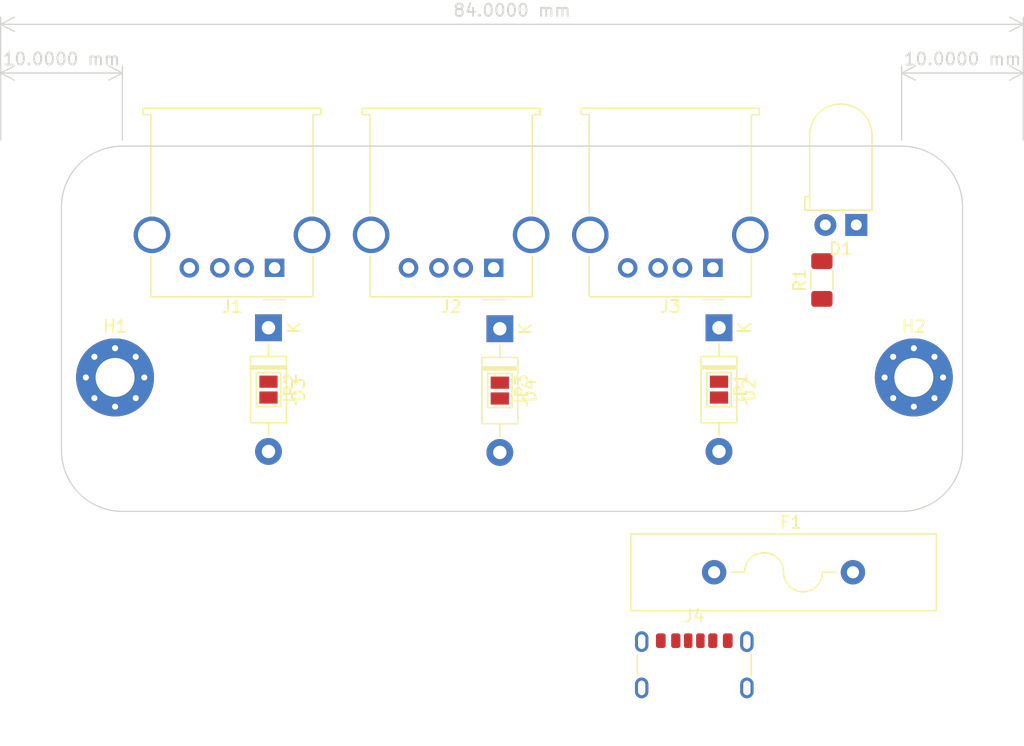
<source format=kicad_pcb>
(kicad_pcb (version 20221018) (generator pcbnew)
  (layers (0 "F.Cu" mixed) (31 "B.Cu" mixed) (34 "B.Paste" user) (35 "F.Paste" user) (36 "B.SilkS" user "B.Silkscreen") (37 "F.SilkS" user "F.Silkscreen") (38 "B.Mask" user) (39 "F.Mask" user) (44 "Edge.Cuts" user))
  (net 0 "")
  (net 1 "+5V")
  (net 4 "GND")
  (net 9 "Net-(D2-K)")
  (net 10 "Net-(D3-K)")
  (net 11 "Net-(D4-K)")
  (net 12 "Net-(D1-A)")
  (net 13 "Net-(F1-Pad1)")
  (footprint "Connector_USB:USB_C_Receptacle_GCT_USB4125-xx-x_6P_TopMnt_Horizontal" (layer "F.Cu") (at 206.97 103.7)
    (fp_text reference "J4" (at 0 -5.1 unlocked) (layer "F.SilkS"))
    (fp_text value "USB_C_Receptacle_PowerOnly_6P")
    (fp_line (start -4.67 -0.25) (end -4.67 -1.95) (stroke (width 0.12)) (layer "F.SilkS"))
    (fp_line (start 4.67 -0.25) (end 4.67 -1.95) (stroke (width 0.12)) (layer "F.SilkS"))
    (pad "A5" smd roundrect (at -0.5 -3.08) (size 0.7 1.2) (layers "F.Cu" "F.Paste" "F.Mask"))
    (pad "A9" smd roundrect (at 1.52 -3.08 180) (size 0.76 1.2) (layers "F.Cu" "F.Paste" "F.Mask") (net 13 "Net-(F1-Pad1)"))
    (pad "A12" smd roundrect (at 2.75 -3.08 180) (size 0.8 1.2) (layers "F.Cu" "F.Paste" "F.Mask") (net 4 "GND"))
    (pad "B5" smd roundrect (at 0.5 -3.08 180) (size 0.7 1.2) (layers "F.Cu" "F.Paste" "F.Mask"))
    (pad "B9" smd roundrect (at -1.52 -3.08) (size 0.76 1.2) (layers "F.Cu" "F.Paste" "F.Mask") (net 13 "Net-(F1-Pad1)"))
    (pad "B12" smd roundrect (at -2.75 -3.08) (size 0.8 1.2) (layers "F.Cu" "F.Paste" "F.Mask") (net 4 "GND"))
    (pad "S1" thru_hole oval (at -4.32 -3) (size 1.1 1.7) (drill oval 0.6 1.2) (layers "*.Cu" "*.Mask" "F.Paste") (net 4 "GND"))
    (pad "S1" thru_hole oval (at -4.32 0.8) (size 1.1 1.7) (drill oval 0.6 1.2) (layers "*.Cu" "*.Mask" "F.Paste") (net 4 "GND"))
    (pad "S1" thru_hole oval (at 4.32 -3) (size 1.1 1.7) (drill oval 0.6 1.2) (layers "*.Cu" "*.Mask" "F.Paste") (net 4 "GND"))
    (pad "S1" thru_hole oval (at 4.32 0.8) (size 1.1 1.7) (drill oval 0.6 1.2) (layers "*.Cu" "*.Mask" "F.Paste") (net 4 "GND"))
  )
  (footprint "PCM_Fuse_US_AKL:Fuse_Littelfuse-LVR200" (layer "F.Cu") (at 208.6 95)
    (fp_text reference "F1" (at 6.3 -4.1) (layer "F.SilkS"))
    (fp_text value "Polyfuse_Small" hide)
    (fp_line (start -6.85 -3.15) (end -6.85 3.15) (stroke (width 0.12)) (layer "F.SilkS"))
    (fp_line (start -6.85 -3.15) (end 18.25 -3.15) (stroke (width 0.12)) (layer "F.SilkS"))
    (fp_line (start 1.4 0) (end 2.5 0) (stroke (width 0.12)) (layer "F.SilkS"))
    (fp_line (start 8.9 0) (end 10 0) (stroke (width 0.12)) (layer "F.SilkS"))
    (fp_line (start 18.25 3.15) (end -6.85 3.15) (stroke (width 0.12)) (layer "F.SilkS"))
    (fp_line (start 18.25 3.15) (end 18.25 -3.15) (stroke (width 0.12)) (layer "F.SilkS"))
    (fp_arc (start 2.5 0) (mid 4.1 -1.6) (end 5.7 0) (stroke (width 0.12)) (layer "F.SilkS"))
    (fp_arc (start 8.9 0) (mid 7.3 1.6) (end 5.7 0) (stroke (width 0.12)) (layer "F.SilkS"))
    (pad "1" thru_hole circle (at 0 0) (size 2 2) (drill 1) (layers "*.Cu" "*.Mask") (net 13 "Net-(F1-Pad1)"))
    (pad "2" thru_hole circle (at 11.4 0) (size 2 2) (drill 1) (layers "*.Cu" "*.Mask") (net 1 "+5V"))
  )
  (footprint "Connector_USB:USB_A_Molex_67643_Horizontal" (layer "F.Cu") (at 190.5 70 180)
    (fp_text reference "J2" (at 3.5 -3.19) (layer "F.SilkS"))
    (fp_text value "USB_A")
    (fp_line (start -3.81 12.58) (end -3.81 13.1) (stroke (width 0.12)) (layer "F.SilkS"))
    (fp_line (start -3.81 13.1) (end 10.81 13.1) (stroke (width 0.12)) (layer "F.SilkS"))
    (fp_line (start -3.16 -2.38) (end -3.16 0.95) (stroke (width 0.12)) (layer "F.SilkS"))
    (fp_line (start -3.16 -2.38) (end 10.16 -2.38) (stroke (width 0.12)) (layer "F.SilkS"))
    (fp_line (start -3.16 12.58) (end -3.81 12.58) (stroke (width 0.12)) (layer "F.SilkS"))
    (fp_line (start -3.16 12.58) (end -3.16 4.47) (stroke (width 0.12)) (layer "F.SilkS"))
    (fp_line (start -0.9 -2.6) (end 0.9 -2.6) (stroke (width 0.12)) (layer "F.SilkS"))
    (fp_line (start 10.16 -2.38) (end 10.16 0.95) (stroke (width 0.12)) (layer "F.SilkS"))
    (fp_line (start 10.16 4.47) (end 10.16 12.58) (stroke (width 0.12)) (layer "F.SilkS"))
    (fp_line (start 10.81 12.58) (end 10.16 12.58) (stroke (width 0.12)) (layer "F.SilkS"))
    (fp_line (start 10.81 13.1) (end 10.81 12.58) (stroke (width 0.12)) (layer "F.SilkS"))
    (pad "1" thru_hole rect (at 0 0 180) (size 1.6 1.5) (drill 0.95) (layers "*.Cu" "*.Mask") (net 11 "Net-(D4-K)"))
    (pad "2" thru_hole circle (at 2.5 0 180) (size 1.6 1.6) (drill 0.95) (layers "*.Cu" "*.Mask"))
    (pad "3" thru_hole circle (at 4.5 0 180) (size 1.6 1.6) (drill 0.95) (layers "*.Cu" "*.Mask"))
    (pad "4" thru_hole circle (at 7 0 180) (size 1.6 1.6) (drill 0.95) (layers "*.Cu" "*.Mask") (net 4 "GND"))
    (pad "5" thru_hole circle (at -3.07 2.71 180) (size 3 3) (drill 2.3) (layers "*.Cu" "*.Mask") (net 4 "GND"))
    (pad "5" thru_hole circle (at 10.07 2.71 180) (size 3 3) (drill 2.3) (layers "*.Cu" "*.Mask") (net 4 "GND"))
  )
  (footprint "Jumper:SolderJumper-2_P1.3mm_Open_Pad1.0x1.5mm" (layer "F.Cu") (at 191 80.08 -90)
    (fp_text reference "JP3" (at 0 -1.8 90) (layer "F.SilkS"))
    (fp_text value "SolderJumper_2_Open")
    (fp_line (start -1.4 -1) (end 1.4 -1) (stroke (width 0.12)) (layer "F.SilkS"))
    (fp_line (start -1.4 1) (end -1.4 -1) (stroke (width 0.12)) (layer "F.SilkS"))
    (fp_line (start 1.4 -1) (end 1.4 1) (stroke (width 0.12)) (layer "F.SilkS"))
    (fp_line (start 1.4 1) (end -1.4 1) (stroke (width 0.12)) (layer "F.SilkS"))
    (pad "1" smd rect (at -0.65 0 270) (size 1 1.5) (layers "F.Cu" "F.Mask") (net 11 "Net-(D4-K)"))
    (pad "2" smd rect (at 0.65 0 270) (size 1 1.5) (layers "F.Cu" "F.Mask") (net 1 "+5V"))
  )
  (footprint "Connector_USB:USB_A_Molex_67643_Horizontal" (layer "F.Cu") (at 172.5 70 180)
    (fp_text reference "J1" (at 3.5 -3.19) (layer "F.SilkS"))
    (fp_text value "USB_A")
    (fp_line (start -3.81 12.58) (end -3.81 13.1) (stroke (width 0.12)) (layer "F.SilkS"))
    (fp_line (start -3.81 13.1) (end 10.81 13.1) (stroke (width 0.12)) (layer "F.SilkS"))
    (fp_line (start -3.16 -2.38) (end -3.16 0.95) (stroke (width 0.12)) (layer "F.SilkS"))
    (fp_line (start -3.16 -2.38) (end 10.16 -2.38) (stroke (width 0.12)) (layer "F.SilkS"))
    (fp_line (start -3.16 12.58) (end -3.81 12.58) (stroke (width 0.12)) (layer "F.SilkS"))
    (fp_line (start -3.16 12.58) (end -3.16 4.47) (stroke (width 0.12)) (layer "F.SilkS"))
    (fp_line (start -0.9 -2.6) (end 0.9 -2.6) (stroke (width 0.12)) (layer "F.SilkS"))
    (fp_line (start 10.16 -2.38) (end 10.16 0.95) (stroke (width 0.12)) (layer "F.SilkS"))
    (fp_line (start 10.16 4.47) (end 10.16 12.58) (stroke (width 0.12)) (layer "F.SilkS"))
    (fp_line (start 10.81 12.58) (end 10.16 12.58) (stroke (width 0.12)) (layer "F.SilkS"))
    (fp_line (start 10.81 13.1) (end 10.81 12.58) (stroke (width 0.12)) (layer "F.SilkS"))
    (pad "1" thru_hole rect (at 0 0 180) (size 1.6 1.5) (drill 0.95) (layers "*.Cu" "*.Mask") (net 10 "Net-(D3-K)"))
    (pad "2" thru_hole circle (at 2.5 0 180) (size 1.6 1.6) (drill 0.95) (layers "*.Cu" "*.Mask"))
    (pad "3" thru_hole circle (at 4.5 0 180) (size 1.6 1.6) (drill 0.95) (layers "*.Cu" "*.Mask"))
    (pad "4" thru_hole circle (at 7 0 180) (size 1.6 1.6) (drill 0.95) (layers "*.Cu" "*.Mask") (net 4 "GND"))
    (pad "5" thru_hole circle (at -3.07 2.71 180) (size 3 3) (drill 2.3) (layers "*.Cu" "*.Mask") (net 4 "GND"))
    (pad "5" thru_hole circle (at 10.07 2.71 180) (size 3 3) (drill 2.3) (layers "*.Cu" "*.Mask") (net 4 "GND"))
  )
  (footprint "Resistor_SMD:R_1206_3216Metric_Pad1.30x1.75mm_HandSolder" (layer "F.Cu") (at 217.45 71 90)
    (fp_text reference "R1" (at 0 -1.82 90) (layer "F.SilkS"))
    (fp_text value "R_Small")
    (fp_line (start -0.727064 -0.91) (end 0.727064 -0.91) (stroke (width 0.12)) (layer "F.SilkS"))
    (fp_line (start -0.727064 0.91) (end 0.727064 0.91) (stroke (width 0.12)) (layer "F.SilkS"))
    (pad "1" smd roundrect (at -1.55 0 90) (size 1.3 1.75) (layers "F.Cu" "F.Paste" "F.Mask") (roundrect_rratio 0.192308) (net 1 "+5V"))
    (pad "2" smd roundrect (at 1.55 0 90) (size 1.3 1.75) (layers "F.Cu" "F.Paste" "F.Mask") (roundrect_rratio 0.192308) (net 12 "Net-(D1-A)"))
  )
  (footprint "MountingHole:MountingHole_3.2mm_M3_Pad_Via" (layer "F.Cu") (at 159.4 79)
    (fp_text reference "H1" (at 0 -4.2) (layer "F.SilkS"))
    (fp_text value "M3")
    (pad "1" thru_hole circle (at -2.4 0) (size 0.8 0.8) (drill 0.5) (layers "*.Cu" "*.Mask") (net 4 "GND"))
    (pad "1" thru_hole circle (at -1.697056 -1.697056) (size 0.8 0.8) (drill 0.5) (layers "*.Cu" "*.Mask") (net 4 "GND"))
    (pad "1" thru_hole circle (at -1.697056 1.697056) (size 0.8 0.8) (drill 0.5) (layers "*.Cu" "*.Mask") (net 4 "GND"))
    (pad "1" thru_hole circle (at 0 -2.4) (size 0.8 0.8) (drill 0.5) (layers "*.Cu" "*.Mask") (net 4 "GND"))
    (pad "1" thru_hole circle (at 0 0) (size 6.4 6.4) (drill 3.2) (layers "*.Cu" "*.Mask") (net 4 "GND"))
    (pad "1" thru_hole circle (at 0 2.4) (size 0.8 0.8) (drill 0.5) (layers "*.Cu" "*.Mask") (net 4 "GND"))
    (pad "1" thru_hole circle (at 1.697056 -1.697056) (size 0.8 0.8) (drill 0.5) (layers "*.Cu" "*.Mask") (net 4 "GND"))
    (pad "1" thru_hole circle (at 1.697056 1.697056) (size 0.8 0.8) (drill 0.5) (layers "*.Cu" "*.Mask") (net 4 "GND"))
    (pad "1" thru_hole circle (at 2.4 0) (size 0.8 0.8) (drill 0.5) (layers "*.Cu" "*.Mask") (net 4 "GND"))
  )
  (footprint "Diode_THT:D_DO-41_SOD81_P10.16mm_Horizontal" (layer "F.Cu") (at 191 75 -90)
    (fp_text reference "D4" (at 5.08 -2.47 90) (layer "F.SilkS"))
    (fp_text value "1N5817")
    (fp_text user "K" (at 0 -2.1 90) (layer "F.SilkS"))
    (fp_line (start 1.34 0) (end 2.36 0) (stroke (width 0.12)) (layer "F.SilkS"))
    (fp_line (start 2.36 -1.47) (end 2.36 1.47) (stroke (width 0.12)) (layer "F.SilkS"))
    (fp_line (start 2.36 1.47) (end 7.8 1.47) (stroke (width 0.12)) (layer "F.SilkS"))
    (fp_line (start 3.14 -1.47) (end 3.14 1.47) (stroke (width 0.12)) (layer "F.SilkS"))
    (fp_line (start 3.26 -1.47) (end 3.26 1.47) (stroke (width 0.12)) (layer "F.SilkS"))
    (fp_line (start 3.38 -1.47) (end 3.38 1.47) (stroke (width 0.12)) (layer "F.SilkS"))
    (fp_line (start 7.8 -1.47) (end 2.36 -1.47) (stroke (width 0.12)) (layer "F.SilkS"))
    (fp_line (start 7.8 1.47) (end 7.8 -1.47) (stroke (width 0.12)) (layer "F.SilkS"))
    (fp_line (start 8.82 0) (end 7.8 0) (stroke (width 0.12)) (layer "F.SilkS"))
    (pad "1" thru_hole rect (at 0 0 270) (size 2.2 2.2) (drill 1.1) (layers "*.Cu" "*.Mask") (net 11 "Net-(D4-K)"))
    (pad "2" thru_hole oval (at 10.16 0 270) (size 2.2 2.2) (drill 1.1) (layers "*.Cu" "*.Mask") (net 1 "+5V"))
  )
  (footprint "MountingHole:MountingHole_3.2mm_M3_Pad_Via" (layer "F.Cu") (at 225 79)
    (fp_text reference "H2" (at 0 -4.2) (layer "F.SilkS"))
    (fp_text value "M3")
    (pad "1" thru_hole circle (at -2.4 0) (size 0.8 0.8) (drill 0.5) (layers "*.Cu" "*.Mask") (net 4 "GND"))
    (pad "1" thru_hole circle (at -1.697056 -1.697056) (size 0.8 0.8) (drill 0.5) (layers "*.Cu" "*.Mask") (net 4 "GND"))
    (pad "1" thru_hole circle (at -1.697056 1.697056) (size 0.8 0.8) (drill 0.5) (layers "*.Cu" "*.Mask") (net 4 "GND"))
    (pad "1" thru_hole circle (at 0 -2.4) (size 0.8 0.8) (drill 0.5) (layers "*.Cu" "*.Mask") (net 4 "GND"))
    (pad "1" thru_hole circle (at 0 0) (size 6.4 6.4) (drill 3.2) (layers "*.Cu" "*.Mask") (net 4 "GND"))
    (pad "1" thru_hole circle (at 0 2.4) (size 0.8 0.8) (drill 0.5) (layers "*.Cu" "*.Mask") (net 4 "GND"))
    (pad "1" thru_hole circle (at 1.697056 -1.697056) (size 0.8 0.8) (drill 0.5) (layers "*.Cu" "*.Mask") (net 4 "GND"))
    (pad "1" thru_hole circle (at 1.697056 1.697056) (size 0.8 0.8) (drill 0.5) (layers "*.Cu" "*.Mask") (net 4 "GND"))
    (pad "1" thru_hole circle (at 2.4 0) (size 0.8 0.8) (drill 0.5) (layers "*.Cu" "*.Mask") (net 4 "GND"))
  )
  (footprint "LED_THT:LED_D5.0mm_Horizontal_O1.27mm_Z3.0mm" (layer "F.Cu") (at 220.275 66.475 180)
    (fp_text reference "D1" (at 1.27 -1.96) (layer "F.SilkS"))
    (fp_text value "LED_Small")
    (fp_line (start -1.29 1.21) (end -1.29 7.37) (stroke (width 0.12)) (layer "F.SilkS"))
    (fp_line (start -1.29 1.21) (end 3.83 1.21) (stroke (width 0.12)) (layer "F.SilkS"))
    (fp_line (start 0 1.08) (end 0 1.08) (stroke (width 0.12)) (layer "F.SilkS"))
    (fp_line (start 0 1.08) (end 0 1.21) (stroke (width 0.12)) (layer "F.SilkS"))
    (fp_line (start 0 1.21) (end 0 1.08) (stroke (width 0.12)) (layer "F.SilkS"))
    (fp_line (start 0 1.21) (end 0 1.21) (stroke (width 0.12)) (layer "F.SilkS"))
    (fp_line (start 2.54 1.08) (end 2.54 1.08) (stroke (width 0.12)) (layer "F.SilkS"))
    (fp_line (start 2.54 1.08) (end 2.54 1.21) (stroke (width 0.12)) (layer "F.SilkS"))
    (fp_line (start 2.54 1.21) (end 2.54 1.08) (stroke (width 0.12)) (layer "F.SilkS"))
    (fp_line (start 2.54 1.21) (end 2.54 1.21) (stroke (width 0.12)) (layer "F.SilkS"))
    (fp_line (start 3.83 1.21) (end 3.83 7.37) (stroke (width 0.12)) (layer "F.SilkS"))
    (fp_line (start 3.83 1.21) (end 4.23 1.21) (stroke (width 0.12)) (layer "F.SilkS"))
    (fp_line (start 3.83 2.33) (end 3.83 1.21) (stroke (width 0.12)) (layer "F.SilkS"))
    (fp_line (start 4.23 1.21) (end 4.23 2.33) (stroke (width 0.12)) (layer "F.SilkS"))
    (fp_line (start 4.23 2.33) (end 3.83 2.33) (stroke (width 0.12)) (layer "F.SilkS"))
    (fp_arc (start 3.83 7.37) (mid 1.27 9.93) (end -1.29 7.37) (stroke (width 0.12)) (layer "F.SilkS"))
    (pad "1" thru_hole rect (at 0 0 180) (size 1.8 1.8) (drill 0.9) (layers "*.Cu" "*.Mask") (net 4 "GND"))
    (pad "2" thru_hole circle (at 2.54 0 180) (size 1.8 1.8) (drill 0.9) (layers "*.Cu" "*.Mask") (net 12 "Net-(D1-A)"))
  )
  (footprint "Diode_THT:D_DO-41_SOD81_P10.16mm_Horizontal" (layer "F.Cu") (at 209 74.92 -90)
    (fp_text reference "D2" (at 5.08 -2.47 90) (layer "F.SilkS"))
    (fp_text value "1N5817")
    (fp_text user "K" (at 0 -2.1 90) (layer "F.SilkS"))
    (fp_line (start 1.34 0) (end 2.36 0) (stroke (width 0.12)) (layer "F.SilkS"))
    (fp_line (start 2.36 -1.47) (end 2.36 1.47) (stroke (width 0.12)) (layer "F.SilkS"))
    (fp_line (start 2.36 1.47) (end 7.8 1.47) (stroke (width 0.12)) (layer "F.SilkS"))
    (fp_line (start 3.14 -1.47) (end 3.14 1.47) (stroke (width 0.12)) (layer "F.SilkS"))
    (fp_line (start 3.26 -1.47) (end 3.26 1.47) (stroke (width 0.12)) (layer "F.SilkS"))
    (fp_line (start 3.38 -1.47) (end 3.38 1.47) (stroke (width 0.12)) (layer "F.SilkS"))
    (fp_line (start 7.8 -1.47) (end 2.36 -1.47) (stroke (width 0.12)) (layer "F.SilkS"))
    (fp_line (start 7.8 1.47) (end 7.8 -1.47) (stroke (width 0.12)) (layer "F.SilkS"))
    (fp_line (start 8.82 0) (end 7.8 0) (stroke (width 0.12)) (layer "F.SilkS"))
    (pad "1" thru_hole rect (at 0 0 270) (size 2.2 2.2) (drill 1.1) (layers "*.Cu" "*.Mask") (net 9 "Net-(D2-K)"))
    (pad "2" thru_hole oval (at 10.16 0 270) (size 2.2 2.2) (drill 1.1) (layers "*.Cu" "*.Mask") (net 1 "+5V"))
  )
  (footprint "Connector_USB:USB_A_Molex_67643_Horizontal" (layer "F.Cu") (at 208.5 70 180)
    (fp_text reference "J3" (at 3.5 -3.19) (layer "F.SilkS"))
    (fp_text value "USB_A")
    (fp_line (start -3.81 12.58) (end -3.81 13.1) (stroke (width 0.12)) (layer "F.SilkS"))
    (fp_line (start -3.81 13.1) (end 10.81 13.1) (stroke (width 0.12)) (layer "F.SilkS"))
    (fp_line (start -3.16 -2.38) (end -3.16 0.95) (stroke (width 0.12)) (layer "F.SilkS"))
    (fp_line (start -3.16 -2.38) (end 10.16 -2.38) (stroke (width 0.12)) (layer "F.SilkS"))
    (fp_line (start -3.16 12.58) (end -3.81 12.58) (stroke (width 0.12)) (layer "F.SilkS"))
    (fp_line (start -3.16 12.58) (end -3.16 4.47) (stroke (width 0.12)) (layer "F.SilkS"))
    (fp_line (start -0.9 -2.6) (end 0.9 -2.6) (stroke (width 0.12)) (layer "F.SilkS"))
    (fp_line (start 10.16 -2.38) (end 10.16 0.95) (stroke (width 0.12)) (layer "F.SilkS"))
    (fp_line (start 10.16 4.47) (end 10.16 12.58) (stroke (width 0.12)) (layer "F.SilkS"))
    (fp_line (start 10.81 12.58) (end 10.16 12.58) (stroke (width 0.12)) (layer "F.SilkS"))
    (fp_line (start 10.81 13.1) (end 10.81 12.58) (stroke (width 0.12)) (layer "F.SilkS"))
    (pad "1" thru_hole rect (at 0 0 180) (size 1.6 1.5) (drill 0.95) (layers "*.Cu" "*.Mask") (net 9 "Net-(D2-K)"))
    (pad "2" thru_hole circle (at 2.5 0 180) (size 1.6 1.6) (drill 0.95) (layers "*.Cu" "*.Mask"))
    (pad "3" thru_hole circle (at 4.5 0 180) (size 1.6 1.6) (drill 0.95) (layers "*.Cu" "*.Mask"))
    (pad "4" thru_hole circle (at 7 0 180) (size 1.6 1.6) (drill 0.95) (layers "*.Cu" "*.Mask") (net 4 "GND"))
    (pad "5" thru_hole circle (at -3.07 2.71 180) (size 3 3) (drill 2.3) (layers "*.Cu" "*.Mask") (net 4 "GND"))
    (pad "5" thru_hole circle (at 10.07 2.71 180) (size 3 3) (drill 2.3) (layers "*.Cu" "*.Mask") (net 4 "GND"))
  )
  (footprint "Jumper:SolderJumper-2_P1.3mm_Open_Pad1.0x1.5mm" (layer "F.Cu") (at 209 80 -90)
    (fp_text reference "JP1" (at 0 -1.8 90) (layer "F.SilkS"))
    (fp_text value "SolderJumper_2_Open")
    (fp_line (start -1.4 -1) (end 1.4 -1) (stroke (width 0.12)) (layer "F.SilkS"))
    (fp_line (start -1.4 1) (end -1.4 -1) (stroke (width 0.12)) (layer "F.SilkS"))
    (fp_line (start 1.4 -1) (end 1.4 1) (stroke (width 0.12)) (layer "F.SilkS"))
    (fp_line (start 1.4 1) (end -1.4 1) (stroke (width 0.12)) (layer "F.SilkS"))
    (pad "1" smd rect (at -0.65 0 270) (size 1 1.5) (layers "F.Cu" "F.Mask") (net 9 "Net-(D2-K)"))
    (pad "2" smd rect (at 0.65 0 270) (size 1 1.5) (layers "F.Cu" "F.Mask") (net 1 "+5V"))
  )
  (footprint "Jumper:SolderJumper-2_P1.3mm_Open_Pad1.0x1.5mm" (layer "F.Cu") (at 172 80 -90)
    (fp_text reference "JP2" (at 0 -1.8 90) (layer "F.SilkS"))
    (fp_text value "SolderJumper_2_Open")
    (fp_line (start -1.4 -1) (end 1.4 -1) (stroke (width 0.12)) (layer "F.SilkS"))
    (fp_line (start -1.4 1) (end -1.4 -1) (stroke (width 0.12)) (layer "F.SilkS"))
    (fp_line (start 1.4 -1) (end 1.4 1) (stroke (width 0.12)) (layer "F.SilkS"))
    (fp_line (start 1.4 1) (end -1.4 1) (stroke (width 0.12)) (layer "F.SilkS"))
    (pad "1" smd rect (at -0.65 0 270) (size 1 1.5) (layers "F.Cu" "F.Mask") (net 10 "Net-(D3-K)"))
    (pad "2" smd rect (at 0.65 0 270) (size 1 1.5) (layers "F.Cu" "F.Mask") (net 1 "+5V"))
  )
  (footprint "Diode_THT:D_DO-41_SOD81_P10.16mm_Horizontal" (layer "F.Cu") (at 172 74.92 -90)
    (fp_text reference "D3" (at 5.08 -2.47 90) (layer "F.SilkS"))
    (fp_text value "1N5817")
    (fp_text user "K" (at 0 -2.1 90) (layer "F.SilkS"))
    (fp_line (start 1.34 0) (end 2.36 0) (stroke (width 0.12)) (layer "F.SilkS"))
    (fp_line (start 2.36 -1.47) (end 2.36 1.47) (stroke (width 0.12)) (layer "F.SilkS"))
    (fp_line (start 2.36 1.47) (end 7.8 1.47) (stroke (width 0.12)) (layer "F.SilkS"))
    (fp_line (start 3.14 -1.47) (end 3.14 1.47) (stroke (width 0.12)) (layer "F.SilkS"))
    (fp_line (start 3.26 -1.47) (end 3.26 1.47) (stroke (width 0.12)) (layer "F.SilkS"))
    (fp_line (start 3.38 -1.47) (end 3.38 1.47) (stroke (width 0.12)) (layer "F.SilkS"))
    (fp_line (start 7.8 -1.47) (end 2.36 -1.47) (stroke (width 0.12)) (layer "F.SilkS"))
    (fp_line (start 7.8 1.47) (end 7.8 -1.47) (stroke (width 0.12)) (layer "F.SilkS"))
    (fp_line (start 8.82 0) (end 7.8 0) (stroke (width 0.12)) (layer "F.SilkS"))
    (pad "1" thru_hole rect (at 0 0 270) (size 2.2 2.2) (drill 1.1) (layers "*.Cu" "*.Mask") (net 10 "Net-(D3-K)"))
    (pad "2" thru_hole oval (at 10.16 0 270) (size 2.2 2.2) (drill 1.1) (layers "*.Cu" "*.Mask") (net 1 "+5V"))
  )
  (gr_line (start 155 65) (end 155 85) (stroke (width 0.1)) (layer "Edge.Cuts"))
  (gr_arc (start 160 90) (mid 156.464466 88.535534) (end 155 85) (stroke (width 0.1)) (layer "Edge.Cuts"))
  (gr_arc (start 155 65) (mid 156.464466 61.464466) (end 160 60) (stroke (width 0.1)) (layer "Edge.Cuts"))
  (gr_line (start 160 90) (end 224 90) (stroke (width 0.1)) (layer "Edge.Cuts"))
  (gr_arc (start 224 60) (mid 227.535534 61.464466) (end 229 65) (stroke (width 0.1)) (layer "Edge.Cuts"))
  (gr_arc (start 229 85) (mid 227.535534 88.535534) (end 224 90) (stroke (width 0.1)) (layer "Edge.Cuts"))
  (gr_line (start 224 60) (end 160 60) (stroke (width 0.1)) (layer "Edge.Cuts"))
  (gr_line (start 229 85) (end 229 65) (stroke (width 0.1)) (layer "Edge.Cuts"))
  (dimension (type aligned) (layer "Edge.Cuts") (pts (xy 234 60) (xy 224 60)) (height 5.999999) (gr_text "10,0000 mm" (at 229 52.850001) (layer "Edge.Cuts") (effects (font (size 1 1) (thickness 0.15)))) (format (prefix "") (suffix "") (units 3) (units_format 1) (precision 4)) (style (thickness 0.1) (arrow_length 1.27) (text_position_mode 0) (extension_height 0.58642) (extension_offset 0.5) keep_text_aligned))
  (dimension (type aligned) (layer "Edge.Cuts") (pts (xy 150 60) (xy 160 60)) (height -6) (gr_text "10,0000 mm" (at 155 52.85) (layer "Edge.Cuts") (effects (font (size 1 1) (thickness 0.15)))) (format (prefix "") (suffix "") (units 3) (units_format 1) (precision 4)) (style (thickness 0.1) (arrow_length 1.27) (text_position_mode 0) (extension_height 0.58642) (extension_offset 0.5) keep_text_aligned))
  (dimension (type aligned) (layer "Edge.Cuts") (pts (xy 150 60) (xy 234 60)) (height -10) (gr_text "84,0000 mm" (at 192 48.85) (layer "Edge.Cuts") (effects (font (size 1 1) (thickness 0.15)))) (format (prefix "") (suffix "") (units 3) (units_format 1) (precision 4)) (style (thickness 0.1) (arrow_length 1.27) (text_position_mode 0) (extension_height 0.58642) (extension_offset 0.5) keep_text_aligned))
)
</source>
